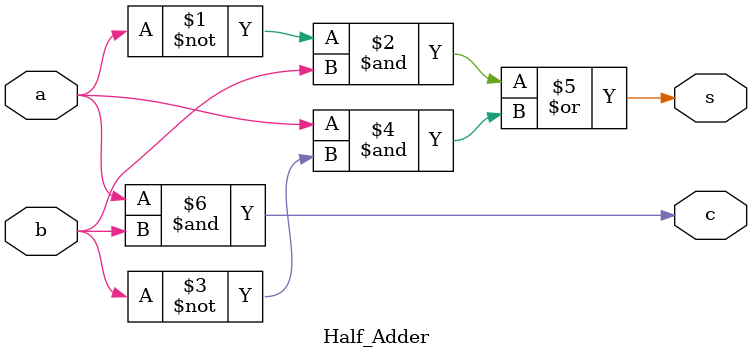
<source format=v>
`timescale 1ns / 1ps


module Half_Adder(

input a,b,
output s,c
    );
    
    assign s = (~a)&b|a&(~b);
    assign c = a&b;
    
endmodule

</source>
